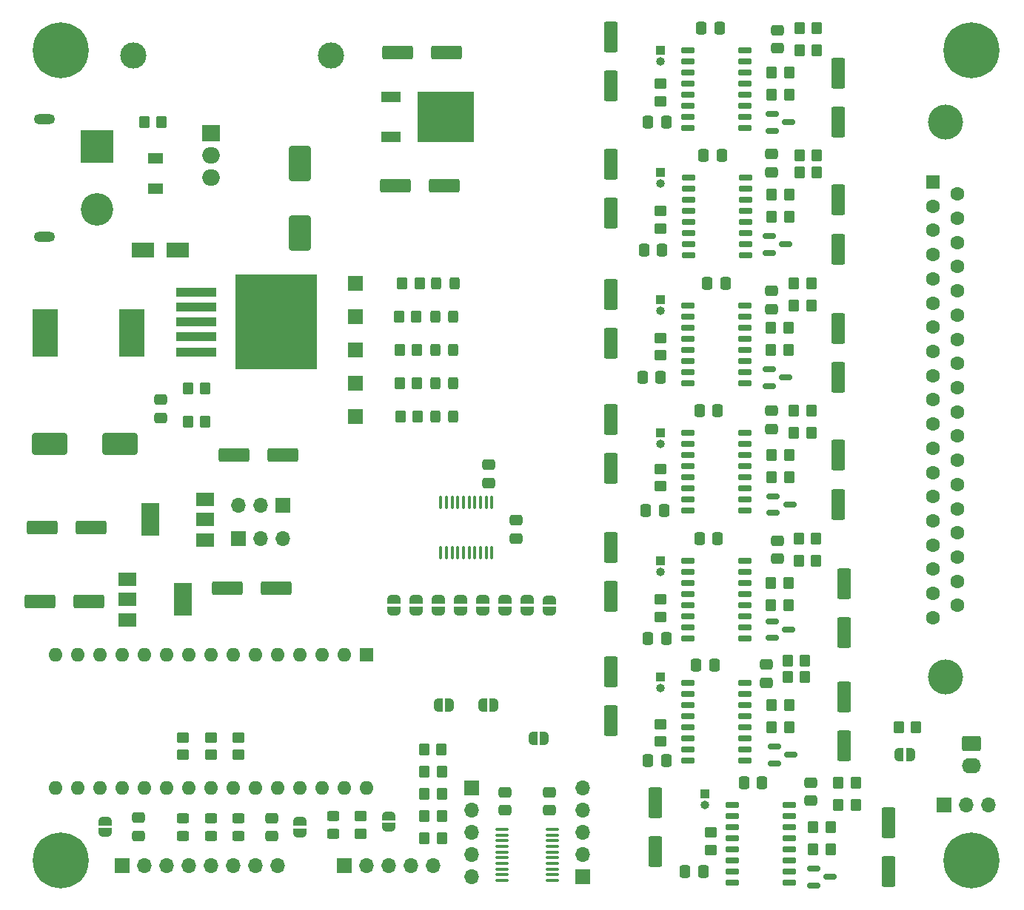
<source format=gbr>
%TF.GenerationSoftware,KiCad,Pcbnew,(6.0.0)*%
%TF.CreationDate,2022-09-29T10:08:53+01:00*%
%TF.ProjectId,truss_PCB,74727573-735f-4504-9342-2e6b69636164,rev?*%
%TF.SameCoordinates,Original*%
%TF.FileFunction,Soldermask,Top*%
%TF.FilePolarity,Negative*%
%FSLAX46Y46*%
G04 Gerber Fmt 4.6, Leading zero omitted, Abs format (unit mm)*
G04 Created by KiCad (PCBNEW (6.0.0)) date 2022-09-29 10:08:53*
%MOMM*%
%LPD*%
G01*
G04 APERTURE LIST*
G04 Aperture macros list*
%AMRoundRect*
0 Rectangle with rounded corners*
0 $1 Rounding radius*
0 $2 $3 $4 $5 $6 $7 $8 $9 X,Y pos of 4 corners*
0 Add a 4 corners polygon primitive as box body*
4,1,4,$2,$3,$4,$5,$6,$7,$8,$9,$2,$3,0*
0 Add four circle primitives for the rounded corners*
1,1,$1+$1,$2,$3*
1,1,$1+$1,$4,$5*
1,1,$1+$1,$6,$7*
1,1,$1+$1,$8,$9*
0 Add four rect primitives between the rounded corners*
20,1,$1+$1,$2,$3,$4,$5,0*
20,1,$1+$1,$4,$5,$6,$7,0*
20,1,$1+$1,$6,$7,$8,$9,0*
20,1,$1+$1,$8,$9,$2,$3,0*%
%AMFreePoly0*
4,1,22,0.500000,-0.750000,0.000000,-0.750000,0.000000,-0.745033,-0.079941,-0.743568,-0.215256,-0.701293,-0.333266,-0.622738,-0.424486,-0.514219,-0.481581,-0.384460,-0.499164,-0.250000,-0.500000,-0.250000,-0.500000,0.250000,-0.499164,0.250000,-0.499963,0.256109,-0.478152,0.396186,-0.417904,0.524511,-0.324060,0.630769,-0.204165,0.706417,-0.067858,0.745374,0.000000,0.744959,0.000000,0.750000,
0.500000,0.750000,0.500000,-0.750000,0.500000,-0.750000,$1*%
%AMFreePoly1*
4,1,20,0.000000,0.744959,0.073905,0.744508,0.209726,0.703889,0.328688,0.626782,0.421226,0.519385,0.479903,0.390333,0.500000,0.250000,0.500000,-0.250000,0.499851,-0.262216,0.476331,-0.402017,0.414519,-0.529596,0.319384,-0.634700,0.198574,-0.708877,0.061801,-0.746166,0.000000,-0.745033,0.000000,-0.750000,-0.500000,-0.750000,-0.500000,0.750000,0.000000,0.750000,0.000000,0.744959,
0.000000,0.744959,$1*%
G04 Aperture macros list end*
%ADD10RoundRect,0.150000X0.650000X0.150000X-0.650000X0.150000X-0.650000X-0.150000X0.650000X-0.150000X0*%
%ADD11RoundRect,0.100000X-0.637500X-0.100000X0.637500X-0.100000X0.637500X0.100000X-0.637500X0.100000X0*%
%ADD12RoundRect,0.100000X-0.100000X0.637500X-0.100000X-0.637500X0.100000X-0.637500X0.100000X0.637500X0*%
%ADD13RoundRect,0.150000X-0.587500X-0.150000X0.587500X-0.150000X0.587500X0.150000X-0.587500X0.150000X0*%
%ADD14RoundRect,0.250000X0.550000X-1.500000X0.550000X1.500000X-0.550000X1.500000X-0.550000X-1.500000X0*%
%ADD15FreePoly0,180.000000*%
%ADD16FreePoly1,180.000000*%
%ADD17RoundRect,0.250000X-0.350000X-0.450000X0.350000X-0.450000X0.350000X0.450000X-0.350000X0.450000X0*%
%ADD18FreePoly0,0.000000*%
%ADD19FreePoly1,0.000000*%
%ADD20FreePoly0,270.000000*%
%ADD21FreePoly1,270.000000*%
%ADD22RoundRect,0.250000X-0.450000X0.325000X-0.450000X-0.325000X0.450000X-0.325000X0.450000X0.325000X0*%
%ADD23RoundRect,0.250000X0.475000X-0.337500X0.475000X0.337500X-0.475000X0.337500X-0.475000X-0.337500X0*%
%ADD24R,1.700000X1.700000*%
%ADD25RoundRect,0.250000X-1.500000X-0.550000X1.500000X-0.550000X1.500000X0.550000X-1.500000X0.550000X0*%
%ADD26RoundRect,0.250000X0.350000X0.450000X-0.350000X0.450000X-0.350000X-0.450000X0.350000X-0.450000X0*%
%ADD27R,1.700000X1.300000*%
%ADD28R,2.200000X1.200000*%
%ADD29R,6.400000X5.800000*%
%ADD30C,6.400000*%
%ADD31C,0.800000*%
%ADD32R,1.000000X1.000000*%
%ADD33O,1.000000X1.000000*%
%ADD34RoundRect,0.250000X1.500000X0.550000X-1.500000X0.550000X-1.500000X-0.550000X1.500000X-0.550000X0*%
%ADD35RoundRect,0.250000X-0.845000X0.620000X-0.845000X-0.620000X0.845000X-0.620000X0.845000X0.620000X0*%
%ADD36O,2.190000X1.740000*%
%ADD37RoundRect,0.250000X0.337500X0.475000X-0.337500X0.475000X-0.337500X-0.475000X0.337500X-0.475000X0*%
%ADD38RoundRect,0.250000X-0.450000X0.350000X-0.450000X-0.350000X0.450000X-0.350000X0.450000X0.350000X0*%
%ADD39O,1.700000X1.700000*%
%ADD40RoundRect,0.250000X0.325000X0.450000X-0.325000X0.450000X-0.325000X-0.450000X0.325000X-0.450000X0*%
%ADD41RoundRect,0.250000X-1.000000X1.750000X-1.000000X-1.750000X1.000000X-1.750000X1.000000X1.750000X0*%
%ADD42C,4.000000*%
%ADD43R,1.600000X1.600000*%
%ADD44C,1.600000*%
%ADD45O,1.600000X1.600000*%
%ADD46R,2.000000X1.500000*%
%ADD47R,2.000000X3.800000*%
%ADD48RoundRect,0.250000X1.750000X1.000000X-1.750000X1.000000X-1.750000X-1.000000X1.750000X-1.000000X0*%
%ADD49RoundRect,0.250000X-0.475000X0.337500X-0.475000X-0.337500X0.475000X-0.337500X0.475000X0.337500X0*%
%ADD50C,3.716000*%
%ADD51R,3.716000X3.716000*%
%ADD52O,2.400000X1.200000*%
%ADD53R,4.600000X1.100000*%
%ADD54R,9.400000X10.800000*%
%ADD55R,2.000000X1.905000*%
%ADD56O,2.000000X1.905000*%
%ADD57R,2.500000X1.800000*%
%ADD58R,2.900000X5.400000*%
%ADD59C,3.000000*%
G04 APERTURE END LIST*
D10*
%TO.C,U2*%
X185570000Y-67310000D03*
X185570000Y-66040000D03*
X185570000Y-64770000D03*
X185570000Y-63500000D03*
X185570000Y-62230000D03*
X185570000Y-60960000D03*
X185570000Y-59690000D03*
X185570000Y-58420000D03*
X179070000Y-58420000D03*
X179070000Y-59690000D03*
X179070000Y-60960000D03*
X179070000Y-62230000D03*
X179070000Y-63500000D03*
X179070000Y-64770000D03*
X179070000Y-66040000D03*
X179070000Y-67310000D03*
%TD*%
%TO.C,U7*%
X190575000Y-139065000D03*
X190575000Y-137795000D03*
X190575000Y-136525000D03*
X190575000Y-135255000D03*
X190575000Y-133985000D03*
X190575000Y-132715000D03*
X190575000Y-131445000D03*
X190575000Y-130175000D03*
X184075000Y-130175000D03*
X184075000Y-131445000D03*
X184075000Y-132715000D03*
X184075000Y-133985000D03*
X184075000Y-135255000D03*
X184075000Y-136525000D03*
X184075000Y-137795000D03*
X184075000Y-139065000D03*
%TD*%
%TO.C,U5*%
X185495000Y-111125000D03*
X185495000Y-109855000D03*
X185495000Y-108585000D03*
X185495000Y-107315000D03*
X185495000Y-106045000D03*
X185495000Y-104775000D03*
X185495000Y-103505000D03*
X185495000Y-102235000D03*
X178995000Y-102235000D03*
X178995000Y-103505000D03*
X178995000Y-104775000D03*
X178995000Y-106045000D03*
X178995000Y-107315000D03*
X178995000Y-108585000D03*
X178995000Y-109855000D03*
X178995000Y-111125000D03*
%TD*%
%TO.C,U4*%
X185495000Y-96520000D03*
X185495000Y-95250000D03*
X185495000Y-93980000D03*
X185495000Y-92710000D03*
X185495000Y-91440000D03*
X185495000Y-90170000D03*
X185495000Y-88900000D03*
X185495000Y-87630000D03*
X178995000Y-87630000D03*
X178995000Y-88900000D03*
X178995000Y-90170000D03*
X178995000Y-91440000D03*
X178995000Y-92710000D03*
X178995000Y-93980000D03*
X178995000Y-95250000D03*
X178995000Y-96520000D03*
%TD*%
%TO.C,U6*%
X185495000Y-125095000D03*
X185495000Y-123825000D03*
X185495000Y-122555000D03*
X185495000Y-121285000D03*
X185495000Y-120015000D03*
X185495000Y-118745000D03*
X185495000Y-117475000D03*
X185495000Y-116205000D03*
X178995000Y-116205000D03*
X178995000Y-117475000D03*
X178995000Y-118745000D03*
X178995000Y-120015000D03*
X178995000Y-121285000D03*
X178995000Y-122555000D03*
X178995000Y-123825000D03*
X178995000Y-125095000D03*
%TD*%
%TO.C,U3*%
X185495000Y-81915000D03*
X185495000Y-80645000D03*
X185495000Y-79375000D03*
X185495000Y-78105000D03*
X185495000Y-76835000D03*
X185495000Y-75565000D03*
X185495000Y-74295000D03*
X185495000Y-73025000D03*
X178995000Y-73025000D03*
X178995000Y-74295000D03*
X178995000Y-75565000D03*
X178995000Y-76835000D03*
X178995000Y-78105000D03*
X178995000Y-79375000D03*
X178995000Y-80645000D03*
X178995000Y-81915000D03*
%TD*%
%TO.C,U1*%
X185495000Y-52705000D03*
X185495000Y-51435000D03*
X185495000Y-50165000D03*
X185495000Y-48895000D03*
X185495000Y-47625000D03*
X185495000Y-46355000D03*
X185495000Y-45085000D03*
X185495000Y-43815000D03*
X178995000Y-43815000D03*
X178995000Y-45085000D03*
X178995000Y-46355000D03*
X178995000Y-47625000D03*
X178995000Y-48895000D03*
X178995000Y-50165000D03*
X178995000Y-51435000D03*
X178995000Y-52705000D03*
%TD*%
D11*
%TO.C,U8*%
X157792500Y-132965000D03*
X157792500Y-133615000D03*
X157792500Y-134265000D03*
X157792500Y-134915000D03*
X157792500Y-135565000D03*
X157792500Y-136215000D03*
X157792500Y-136865000D03*
X157792500Y-137515000D03*
X157792500Y-138165000D03*
X157792500Y-138815000D03*
X163517500Y-138815000D03*
X163517500Y-138165000D03*
X163517500Y-137515000D03*
X163517500Y-136865000D03*
X163517500Y-136215000D03*
X163517500Y-135565000D03*
X163517500Y-134915000D03*
X163517500Y-134265000D03*
X163517500Y-133615000D03*
X163517500Y-132965000D03*
%TD*%
D12*
%TO.C,U9*%
X156595000Y-95562500D03*
X155945000Y-95562500D03*
X155295000Y-95562500D03*
X154645000Y-95562500D03*
X153995000Y-95562500D03*
X153345000Y-95562500D03*
X152695000Y-95562500D03*
X152045000Y-95562500D03*
X151395000Y-95562500D03*
X150745000Y-95562500D03*
X150745000Y-101287500D03*
X151395000Y-101287500D03*
X152045000Y-101287500D03*
X152695000Y-101287500D03*
X153345000Y-101287500D03*
X153995000Y-101287500D03*
X154645000Y-101287500D03*
X155295000Y-101287500D03*
X155945000Y-101287500D03*
X156595000Y-101287500D03*
%TD*%
D13*
%TO.C,Q3*%
X188292500Y-80330000D03*
X188292500Y-82230000D03*
X190167500Y-81280000D03*
%TD*%
D14*
%TO.C,EC9*%
X196850000Y-110490000D03*
X196850000Y-104890000D03*
%TD*%
D15*
%TO.C,JP38*%
X156860000Y-118745000D03*
D16*
X155560000Y-118745000D03*
%TD*%
D17*
%TO.C,R51*%
X148860000Y-133985000D03*
X150860000Y-133985000D03*
%TD*%
D18*
%TO.C,JP1*%
X203170000Y-124460000D03*
D19*
X204470000Y-124460000D03*
%TD*%
D20*
%TO.C,JP30*%
X163195000Y-106710000D03*
D21*
X163195000Y-108010000D03*
%TD*%
D22*
%TO.C,D9*%
X121285000Y-131690000D03*
X121285000Y-133740000D03*
%TD*%
D23*
%TO.C,C5*%
X188595000Y-57785000D03*
X188595000Y-55710000D03*
%TD*%
D24*
%TO.C,J18*%
X140970000Y-70485000D03*
%TD*%
D25*
%TO.C,EC21*%
X126365000Y-105410000D03*
X131965000Y-105410000D03*
%TD*%
D14*
%TO.C,EC12*%
X170180000Y-120535000D03*
X170180000Y-114935000D03*
%TD*%
D26*
%TO.C,RFB2*%
X123825000Y-86360000D03*
X121825000Y-86360000D03*
%TD*%
D14*
%TO.C,EC5*%
X196215000Y-81280000D03*
X196215000Y-75680000D03*
%TD*%
D27*
%TO.C,D2*%
X118110000Y-59690000D03*
X118110000Y-56190000D03*
%TD*%
D28*
%TO.C,IC1*%
X145025000Y-49155000D03*
D29*
X151325000Y-51435000D03*
D28*
X145025000Y-53715000D03*
%TD*%
D14*
%TO.C,EC3*%
X196215000Y-66560000D03*
X196215000Y-60960000D03*
%TD*%
%TO.C,EC11*%
X196850000Y-123450000D03*
X196850000Y-117850000D03*
%TD*%
D13*
%TO.C,Q2*%
X188292500Y-65090000D03*
X188292500Y-66990000D03*
X190167500Y-66040000D03*
%TD*%
D30*
%TO.C,H4*%
X211455000Y-136525000D03*
D31*
X213855000Y-136525000D03*
X213152056Y-134827944D03*
X209757944Y-134827944D03*
X213152056Y-138222056D03*
X211455000Y-138925000D03*
X209055000Y-136525000D03*
X211455000Y-134125000D03*
X209757944Y-138222056D03*
%TD*%
D14*
%TO.C,EC4*%
X170180000Y-62490000D03*
X170180000Y-56890000D03*
%TD*%
D17*
%TO.C,R15*%
X191135000Y-70485000D03*
X193135000Y-70485000D03*
%TD*%
D26*
%TO.C,R41*%
X148320000Y-70485000D03*
X146320000Y-70485000D03*
%TD*%
D32*
%TO.C,J6*%
X175895000Y-57785000D03*
D33*
X175895000Y-59055000D03*
%TD*%
D34*
%TO.C,EC19*%
X110490000Y-106940000D03*
X104890000Y-106940000D03*
%TD*%
D35*
%TO.C,J2*%
X211455000Y-123190000D03*
D36*
X211455000Y-125730000D03*
%TD*%
D23*
%TO.C,C17*%
X187960000Y-116205000D03*
X187960000Y-114130000D03*
%TD*%
D37*
%TO.C,C21*%
X180742500Y-137795000D03*
X178667500Y-137795000D03*
%TD*%
D26*
%TO.C,R18*%
X190595000Y-90170000D03*
X188595000Y-90170000D03*
%TD*%
D14*
%TO.C,EC10*%
X170180000Y-106305000D03*
X170180000Y-100705000D03*
%TD*%
D26*
%TO.C,R1*%
X205105000Y-121285000D03*
X203105000Y-121285000D03*
%TD*%
D38*
%TO.C,R11*%
X175895000Y-62230000D03*
X175895000Y-64230000D03*
%TD*%
D30*
%TO.C,H2*%
X211455000Y-43815000D03*
D31*
X213152056Y-45512056D03*
X211455000Y-46215000D03*
X213152056Y-42117944D03*
X213855000Y-43815000D03*
X209757944Y-42117944D03*
X209757944Y-45512056D03*
X209055000Y-43815000D03*
X211455000Y-41415000D03*
%TD*%
D32*
%TO.C,J8*%
X175895000Y-87630000D03*
D33*
X175895000Y-88900000D03*
%TD*%
D23*
%TO.C,C26*%
X159385000Y-99695000D03*
X159385000Y-97620000D03*
%TD*%
D24*
%TO.C,J13*%
X114300000Y-137160000D03*
D39*
X116840000Y-137160000D03*
X119380000Y-137160000D03*
X121920000Y-137160000D03*
X124460000Y-137160000D03*
X127000000Y-137160000D03*
X129540000Y-137160000D03*
X132080000Y-137160000D03*
%TD*%
D32*
%TO.C,J5*%
X175895000Y-43815000D03*
D33*
X175895000Y-45085000D03*
%TD*%
D37*
%TO.C,C4*%
X182880000Y-55880000D03*
X180805000Y-55880000D03*
%TD*%
D26*
%TO.C,R43*%
X148050000Y-78105000D03*
X146050000Y-78105000D03*
%TD*%
D32*
%TO.C,J9*%
X175895000Y-102235000D03*
D33*
X175895000Y-103505000D03*
%TD*%
D20*
%TO.C,JP31*%
X160655000Y-106680000D03*
D21*
X160655000Y-107980000D03*
%TD*%
D25*
%TO.C,EC17*%
X145840000Y-44070000D03*
X151440000Y-44070000D03*
%TD*%
D37*
%TO.C,C10*%
X182415000Y-85090000D03*
X180340000Y-85090000D03*
%TD*%
D40*
%TO.C,D3*%
X152155000Y-85725000D03*
X150105000Y-85725000D03*
%TD*%
D38*
%TO.C,R21*%
X175895000Y-91710000D03*
X175895000Y-93710000D03*
%TD*%
D24*
%TO.C,J19*%
X140970000Y-81915000D03*
%TD*%
D20*
%TO.C,JP32*%
X158115000Y-106680000D03*
D21*
X158115000Y-107980000D03*
%TD*%
D26*
%TO.C,R13*%
X190500000Y-75565000D03*
X188500000Y-75565000D03*
%TD*%
D17*
%TO.C,R30*%
X190405000Y-113665000D03*
X192405000Y-113665000D03*
%TD*%
D41*
%TO.C,EC28*%
X134620000Y-56770000D03*
X134620000Y-64770000D03*
%TD*%
D38*
%TO.C,R37*%
X141605000Y-131445000D03*
X141605000Y-133445000D03*
%TD*%
D42*
%TO.C,J4*%
X208430000Y-115570000D03*
X208430000Y-52070000D03*
D43*
X207010000Y-58890000D03*
D44*
X207010000Y-61660000D03*
X207010000Y-64430000D03*
X207010000Y-67200000D03*
X207010000Y-69970000D03*
X207010000Y-72740000D03*
X207010000Y-75510000D03*
X207010000Y-78280000D03*
X207010000Y-81050000D03*
X207010000Y-83820000D03*
X207010000Y-86590000D03*
X207010000Y-89360000D03*
X207010000Y-92130000D03*
X207010000Y-94900000D03*
X207010000Y-97670000D03*
X207010000Y-100440000D03*
X207010000Y-103210000D03*
X207010000Y-105980000D03*
X207010000Y-108750000D03*
X209850000Y-60275000D03*
X209850000Y-63045000D03*
X209850000Y-65815000D03*
X209850000Y-68585000D03*
X209850000Y-71355000D03*
X209850000Y-74125000D03*
X209850000Y-76895000D03*
X209850000Y-79665000D03*
X209850000Y-82435000D03*
X209850000Y-85205000D03*
X209850000Y-87975000D03*
X209850000Y-90745000D03*
X209850000Y-93515000D03*
X209850000Y-96285000D03*
X209850000Y-99055000D03*
X209850000Y-101825000D03*
X209850000Y-104595000D03*
X209850000Y-107365000D03*
%TD*%
D17*
%TO.C,R49*%
X148863266Y-128905000D03*
X150863266Y-128905000D03*
%TD*%
D13*
%TO.C,Q4*%
X188774667Y-94855019D03*
X188774667Y-96755019D03*
X190649667Y-95805019D03*
%TD*%
D17*
%TO.C,R29*%
X190405000Y-115570000D03*
X192405000Y-115570000D03*
%TD*%
%TO.C,R19*%
X191135000Y-87630000D03*
X193135000Y-87630000D03*
%TD*%
%TO.C,R24*%
X191675000Y-102235000D03*
X193675000Y-102235000D03*
%TD*%
D14*
%TO.C,EC13*%
X201930000Y-137795000D03*
X201930000Y-132195000D03*
%TD*%
D20*
%TO.C,JP26*%
X144780000Y-131445000D03*
D21*
X144780000Y-132745000D03*
%TD*%
D37*
%TO.C,C19*%
X187495000Y-127635000D03*
X185420000Y-127635000D03*
%TD*%
D24*
%TO.C,J16*%
X127635000Y-99695000D03*
D39*
X130175000Y-99695000D03*
X132715000Y-99695000D03*
%TD*%
D17*
%TO.C,R47*%
X148854239Y-123825000D03*
X150854239Y-123825000D03*
%TD*%
D14*
%TO.C,EC7*%
X196215000Y-95770000D03*
X196215000Y-90170000D03*
%TD*%
D17*
%TO.C,R12*%
X188500000Y-78105000D03*
X190500000Y-78105000D03*
%TD*%
D14*
%TO.C,EC1*%
X196215000Y-52070000D03*
X196215000Y-46470000D03*
%TD*%
D17*
%TO.C,R9*%
X191770000Y-57785000D03*
X193770000Y-57785000D03*
%TD*%
D32*
%TO.C,J7*%
X175895000Y-72390000D03*
D33*
X175895000Y-73660000D03*
%TD*%
D40*
%TO.C,D6*%
X152155000Y-74295000D03*
X150105000Y-74295000D03*
%TD*%
D32*
%TO.C,J10*%
X175895000Y-115570000D03*
D33*
X175895000Y-116840000D03*
%TD*%
D37*
%TO.C,C9*%
X175895000Y-81280000D03*
X173820000Y-81280000D03*
%TD*%
D20*
%TO.C,JP28*%
X134620000Y-132080000D03*
D21*
X134620000Y-133380000D03*
%TD*%
D38*
%TO.C,R46*%
X127635000Y-122460000D03*
X127635000Y-124460000D03*
%TD*%
D26*
%TO.C,R3*%
X190595000Y-46355000D03*
X188595000Y-46355000D03*
%TD*%
D23*
%TO.C,C11*%
X188595000Y-87165000D03*
X188595000Y-85090000D03*
%TD*%
D17*
%TO.C,R35*%
X196215000Y-127635000D03*
X198215000Y-127635000D03*
%TD*%
D13*
%TO.C,Q1*%
X188625000Y-51120000D03*
X188625000Y-53020000D03*
X190500000Y-52070000D03*
%TD*%
D24*
%TO.C,J14*%
X154305000Y-128270000D03*
D39*
X154305000Y-130810000D03*
X154305000Y-133350000D03*
X154305000Y-135890000D03*
X154305000Y-138430000D03*
%TD*%
D43*
%TO.C,A1*%
X142240000Y-113030000D03*
D45*
X139700000Y-113030000D03*
X137160000Y-113030000D03*
X134620000Y-113030000D03*
X132080000Y-113030000D03*
X129540000Y-113030000D03*
X127000000Y-113030000D03*
X124460000Y-113030000D03*
X121920000Y-113030000D03*
X119380000Y-113030000D03*
X116840000Y-113030000D03*
X114300000Y-113030000D03*
X111760000Y-113030000D03*
X109220000Y-113030000D03*
X106680000Y-113030000D03*
X106680000Y-128270000D03*
X109220000Y-128270000D03*
X111760000Y-128270000D03*
X114300000Y-128270000D03*
X116840000Y-128270000D03*
X119380000Y-128270000D03*
X121920000Y-128270000D03*
X124460000Y-128270000D03*
X127000000Y-128270000D03*
X129540000Y-128270000D03*
X132080000Y-128270000D03*
X134620000Y-128270000D03*
X137160000Y-128270000D03*
X139700000Y-128270000D03*
X142240000Y-128270000D03*
%TD*%
D26*
%TO.C,R8*%
X190595000Y-60325000D03*
X188595000Y-60325000D03*
%TD*%
D34*
%TO.C,EC22*%
X110750000Y-98425000D03*
X105150000Y-98425000D03*
%TD*%
D40*
%TO.C,D7*%
X152155000Y-78105000D03*
X150105000Y-78105000D03*
%TD*%
D13*
%TO.C,Q6*%
X188927500Y-123510000D03*
X188927500Y-125410000D03*
X190802500Y-124460000D03*
%TD*%
D46*
%TO.C,U13*%
X114935000Y-104380000D03*
D47*
X121235000Y-106680000D03*
D46*
X114935000Y-106680000D03*
X114935000Y-108980000D03*
%TD*%
D24*
%TO.C,J12*%
X139700000Y-137160000D03*
D39*
X142240000Y-137160000D03*
X144780000Y-137160000D03*
X147320000Y-137160000D03*
X149860000Y-137160000D03*
%TD*%
D15*
%TO.C,JP29*%
X162575000Y-122555000D03*
D16*
X161275000Y-122555000D03*
%TD*%
D25*
%TO.C,EC20*%
X145580000Y-59310000D03*
X151180000Y-59310000D03*
%TD*%
D20*
%TO.C,JP35*%
X150495000Y-106665000D03*
D21*
X150495000Y-107965000D03*
%TD*%
D26*
%TO.C,R28*%
X190595000Y-118745000D03*
X188595000Y-118745000D03*
%TD*%
D30*
%TO.C,H1*%
X107315000Y-43815000D03*
D31*
X105617944Y-42117944D03*
X107315000Y-41415000D03*
X107315000Y-46215000D03*
X109012056Y-42117944D03*
X105617944Y-45512056D03*
X104915000Y-43815000D03*
X109012056Y-45512056D03*
X109715000Y-43815000D03*
%TD*%
D17*
%TO.C,R48*%
X148866364Y-126365000D03*
X150866364Y-126365000D03*
%TD*%
D26*
%TO.C,R23*%
X190500000Y-104775000D03*
X188500000Y-104775000D03*
%TD*%
D17*
%TO.C,R14*%
X191135000Y-73025000D03*
X193135000Y-73025000D03*
%TD*%
D23*
%TO.C,C8*%
X188595000Y-73427500D03*
X188595000Y-71352500D03*
%TD*%
D37*
%TO.C,C1*%
X182647500Y-41275000D03*
X180572500Y-41275000D03*
%TD*%
D20*
%TO.C,JP33*%
X155575000Y-106680000D03*
D21*
X155575000Y-107980000D03*
%TD*%
D17*
%TO.C,R22*%
X188500000Y-107315000D03*
X190500000Y-107315000D03*
%TD*%
D48*
%TO.C,EC15*%
X114045000Y-88900000D03*
X106045000Y-88900000D03*
%TD*%
D22*
%TO.C,D10*%
X124460000Y-131722992D03*
X124460000Y-133772992D03*
%TD*%
D37*
%TO.C,C15*%
X176530000Y-111125000D03*
X174455000Y-111125000D03*
%TD*%
D49*
%TO.C,Cff1*%
X118745000Y-83820000D03*
X118745000Y-85895000D03*
%TD*%
D17*
%TO.C,R25*%
X191675000Y-99695000D03*
X193675000Y-99695000D03*
%TD*%
D23*
%TO.C,C2*%
X189230000Y-43582500D03*
X189230000Y-41507500D03*
%TD*%
D17*
%TO.C,R2*%
X188595000Y-48895000D03*
X190595000Y-48895000D03*
%TD*%
D50*
%TO.C,J1*%
X111410000Y-62020000D03*
D51*
X111410000Y-54820000D03*
D52*
X105410000Y-51670000D03*
X105410000Y-65170000D03*
%TD*%
D17*
%TO.C,R10*%
X191770000Y-55880000D03*
X193770000Y-55880000D03*
%TD*%
D23*
%TO.C,C23*%
X131445000Y-133752500D03*
X131445000Y-131677500D03*
%TD*%
D17*
%TO.C,R32*%
X193310000Y-135255000D03*
X195310000Y-135255000D03*
%TD*%
D37*
%TO.C,C6*%
X176065000Y-66675000D03*
X173990000Y-66675000D03*
%TD*%
D13*
%TO.C,Q5*%
X188673500Y-109159000D03*
X188673500Y-111059000D03*
X190548500Y-110109000D03*
%TD*%
D17*
%TO.C,R17*%
X188595000Y-92710000D03*
X190595000Y-92710000D03*
%TD*%
D24*
%TO.C,J20*%
X140970000Y-78105000D03*
%TD*%
D15*
%TO.C,JP39*%
X151780000Y-118745000D03*
D16*
X150480000Y-118745000D03*
%TD*%
D53*
%TO.C,U11*%
X122815000Y-71530000D03*
X122815000Y-73230000D03*
X122815000Y-74930000D03*
D54*
X131965000Y-74930000D03*
D53*
X122815000Y-76630000D03*
X122815000Y-78330000D03*
%TD*%
D13*
%TO.C,Q7*%
X193372500Y-137480000D03*
X193372500Y-139380000D03*
X195247500Y-138430000D03*
%TD*%
D20*
%TO.C,JP34*%
X153035000Y-106665000D03*
D21*
X153035000Y-107965000D03*
%TD*%
D24*
%TO.C,J15*%
X167005000Y-138425000D03*
D39*
X167005000Y-135885000D03*
X167005000Y-133345000D03*
X167005000Y-130805000D03*
X167005000Y-128265000D03*
%TD*%
D38*
%TO.C,R36*%
X181610000Y-133350000D03*
X181610000Y-135350000D03*
%TD*%
D23*
%TO.C,C14*%
X189230000Y-102002500D03*
X189230000Y-99927500D03*
%TD*%
D37*
%TO.C,C18*%
X176530000Y-125095000D03*
X174455000Y-125095000D03*
%TD*%
D20*
%TO.C,JP37*%
X145415000Y-106665000D03*
D21*
X145415000Y-107965000D03*
%TD*%
D22*
%TO.C,D1*%
X138430000Y-131445000D03*
X138430000Y-133495000D03*
%TD*%
D32*
%TO.C,J11*%
X180975000Y-128905000D03*
D33*
X180975000Y-130175000D03*
%TD*%
D17*
%TO.C,R27*%
X188595000Y-121285000D03*
X190595000Y-121285000D03*
%TD*%
D38*
%TO.C,R6*%
X175895000Y-47625000D03*
X175895000Y-49625000D03*
%TD*%
D37*
%TO.C,C13*%
X182415000Y-99695000D03*
X180340000Y-99695000D03*
%TD*%
D40*
%TO.C,D5*%
X152155000Y-81915000D03*
X150105000Y-81915000D03*
%TD*%
D26*
%TO.C,R42*%
X147955000Y-74295000D03*
X145955000Y-74295000D03*
%TD*%
D38*
%TO.C,R45*%
X124460000Y-122460000D03*
X124460000Y-124460000D03*
%TD*%
D46*
%TO.C,U12*%
X123800000Y-99830000D03*
D47*
X117500000Y-97530000D03*
D46*
X123800000Y-97530000D03*
X123800000Y-95230000D03*
%TD*%
D17*
%TO.C,R7*%
X188595000Y-62865000D03*
X190595000Y-62865000D03*
%TD*%
%TO.C,R5*%
X191770000Y-41275000D03*
X193770000Y-41275000D03*
%TD*%
D40*
%TO.C,D8*%
X152294977Y-70522735D03*
X150244977Y-70522735D03*
%TD*%
D37*
%TO.C,C12*%
X176297500Y-96520000D03*
X174222500Y-96520000D03*
%TD*%
D23*
%TO.C,C20*%
X193040000Y-129710000D03*
X193040000Y-127635000D03*
%TD*%
D24*
%TO.C,J17*%
X132715000Y-95885000D03*
D39*
X130175000Y-95885000D03*
X127635000Y-95885000D03*
%TD*%
D37*
%TO.C,C16*%
X182012500Y-114173000D03*
X179937500Y-114173000D03*
%TD*%
D31*
%TO.C,H3*%
X105617944Y-138222056D03*
X109012056Y-134827944D03*
X107315000Y-134125000D03*
X109012056Y-138222056D03*
D30*
X107315000Y-136525000D03*
D31*
X109715000Y-136525000D03*
X107315000Y-138925000D03*
X105617944Y-134827944D03*
X104915000Y-136525000D03*
%TD*%
D14*
%TO.C,EC2*%
X170180000Y-47885000D03*
X170180000Y-42285000D03*
%TD*%
D38*
%TO.C,R44*%
X121285000Y-122460000D03*
X121285000Y-124460000D03*
%TD*%
D23*
%TO.C,C25*%
X158115000Y-130810000D03*
X158115000Y-128735000D03*
%TD*%
%TO.C,C27*%
X163195000Y-130810000D03*
X163195000Y-128735000D03*
%TD*%
D26*
%TO.C,R33*%
X195310000Y-132715000D03*
X193310000Y-132715000D03*
%TD*%
D55*
%TO.C,Q8*%
X124460000Y-53340000D03*
D56*
X124460000Y-55880000D03*
X124460000Y-58420000D03*
%TD*%
D17*
%TO.C,R34*%
X196215000Y-130175000D03*
X198215000Y-130175000D03*
%TD*%
D23*
%TO.C,C22*%
X116205000Y-133739018D03*
X116205000Y-131664018D03*
%TD*%
D14*
%TO.C,EC6*%
X170180000Y-77355000D03*
X170180000Y-71755000D03*
%TD*%
D22*
%TO.C,D11*%
X127635000Y-131722992D03*
X127635000Y-133772992D03*
%TD*%
D25*
%TO.C,EC18*%
X127115000Y-90170000D03*
X132715000Y-90170000D03*
%TD*%
D38*
%TO.C,R31*%
X175895000Y-120920000D03*
X175895000Y-122920000D03*
%TD*%
D20*
%TO.C,JP36*%
X147955000Y-106665000D03*
D21*
X147955000Y-107965000D03*
%TD*%
D14*
%TO.C,EC14*%
X175260000Y-135515000D03*
X175260000Y-129915000D03*
%TD*%
D23*
%TO.C,C24*%
X156210000Y-93345000D03*
X156210000Y-91270000D03*
%TD*%
D20*
%TO.C,JP27*%
X112395000Y-132050000D03*
D21*
X112395000Y-133350000D03*
%TD*%
D57*
%TO.C,D4*%
X120650000Y-66675000D03*
X116650000Y-66675000D03*
%TD*%
D58*
%TO.C,L1*%
X115440000Y-76200000D03*
X105540000Y-76200000D03*
%TD*%
D14*
%TO.C,EC8*%
X170180000Y-91700000D03*
X170180000Y-86100000D03*
%TD*%
D38*
%TO.C,R16*%
X175895000Y-76740000D03*
X175895000Y-78740000D03*
%TD*%
%TO.C,R26*%
X175895000Y-106680000D03*
X175895000Y-108680000D03*
%TD*%
D17*
%TO.C,R4*%
X191770000Y-43815000D03*
X193770000Y-43815000D03*
%TD*%
D24*
%TO.C,J3*%
X208280000Y-130175000D03*
D39*
X210820000Y-130175000D03*
X213360000Y-130175000D03*
%TD*%
D17*
%TO.C,R50*%
X148860000Y-131445000D03*
X150860000Y-131445000D03*
%TD*%
D37*
%TO.C,C7*%
X183282500Y-70485000D03*
X181207500Y-70485000D03*
%TD*%
D17*
%TO.C,R38*%
X116840000Y-52070000D03*
X118840000Y-52070000D03*
%TD*%
D24*
%TO.C,J21*%
X140970000Y-85725000D03*
%TD*%
D17*
%TO.C,RFB1*%
X121825000Y-82550000D03*
X123825000Y-82550000D03*
%TD*%
D37*
%TO.C,C3*%
X176530000Y-52070000D03*
X174455000Y-52070000D03*
%TD*%
D17*
%TO.C,R20*%
X191135000Y-85090000D03*
X193135000Y-85090000D03*
%TD*%
D24*
%TO.C,J22*%
X140970000Y-74295000D03*
%TD*%
D26*
%TO.C,R39*%
X148145000Y-85725000D03*
X146145000Y-85725000D03*
%TD*%
%TO.C,R40*%
X148048711Y-81915000D03*
X146048711Y-81915000D03*
%TD*%
D59*
%TO.C,F1*%
X115570000Y-44450000D03*
X138170000Y-44450000D03*
%TD*%
M02*

</source>
